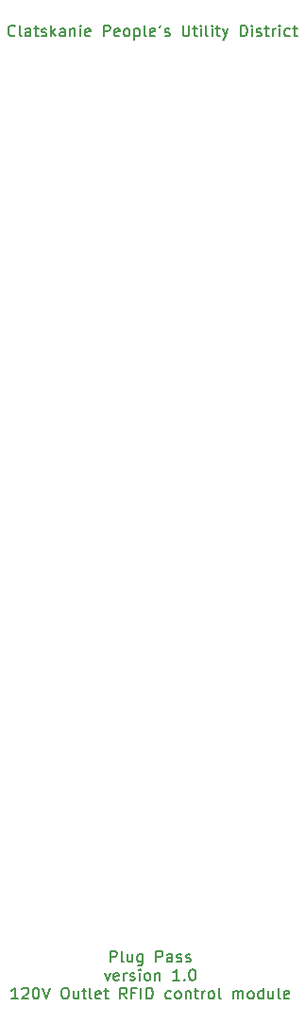
<source format=gto>
G04 #@! TF.GenerationSoftware,KiCad,Pcbnew,(5.1.5)-3*
G04 #@! TF.CreationDate,2020-04-22T08:06:24-07:00*
G04 #@! TF.ProjectId,Plug_Pass_120V_AC_shield,506c7567-5f50-4617-9373-5f313230565f,rev?*
G04 #@! TF.SameCoordinates,Original*
G04 #@! TF.FileFunction,Legend,Top*
G04 #@! TF.FilePolarity,Positive*
%FSLAX46Y46*%
G04 Gerber Fmt 4.6, Leading zero omitted, Abs format (unit mm)*
G04 Created by KiCad (PCBNEW (5.1.5)-3) date 2020-04-22 08:06:24*
%MOMM*%
%LPD*%
G04 APERTURE LIST*
%ADD10C,0.150000*%
G04 APERTURE END LIST*
D10*
X186555645Y-54603922D02*
X186508026Y-54651541D01*
X186365169Y-54699160D01*
X186269931Y-54699160D01*
X186127074Y-54651541D01*
X186031836Y-54556303D01*
X185984217Y-54461065D01*
X185936598Y-54270589D01*
X185936598Y-54127732D01*
X185984217Y-53937256D01*
X186031836Y-53842018D01*
X186127074Y-53746780D01*
X186269931Y-53699160D01*
X186365169Y-53699160D01*
X186508026Y-53746780D01*
X186555645Y-53794399D01*
X187127074Y-54699160D02*
X187031836Y-54651541D01*
X186984217Y-54556303D01*
X186984217Y-53699160D01*
X187936598Y-54699160D02*
X187936598Y-54175351D01*
X187888979Y-54080113D01*
X187793740Y-54032494D01*
X187603264Y-54032494D01*
X187508026Y-54080113D01*
X187936598Y-54651541D02*
X187841360Y-54699160D01*
X187603264Y-54699160D01*
X187508026Y-54651541D01*
X187460407Y-54556303D01*
X187460407Y-54461065D01*
X187508026Y-54365827D01*
X187603264Y-54318208D01*
X187841360Y-54318208D01*
X187936598Y-54270589D01*
X188269931Y-54032494D02*
X188650883Y-54032494D01*
X188412788Y-53699160D02*
X188412788Y-54556303D01*
X188460407Y-54651541D01*
X188555645Y-54699160D01*
X188650883Y-54699160D01*
X188936598Y-54651541D02*
X189031836Y-54699160D01*
X189222312Y-54699160D01*
X189317550Y-54651541D01*
X189365169Y-54556303D01*
X189365169Y-54508684D01*
X189317550Y-54413446D01*
X189222312Y-54365827D01*
X189079455Y-54365827D01*
X188984217Y-54318208D01*
X188936598Y-54222970D01*
X188936598Y-54175351D01*
X188984217Y-54080113D01*
X189079455Y-54032494D01*
X189222312Y-54032494D01*
X189317550Y-54080113D01*
X189793740Y-54699160D02*
X189793740Y-53699160D01*
X189888979Y-54318208D02*
X190174693Y-54699160D01*
X190174693Y-54032494D02*
X189793740Y-54413446D01*
X191031836Y-54699160D02*
X191031836Y-54175351D01*
X190984217Y-54080113D01*
X190888979Y-54032494D01*
X190698502Y-54032494D01*
X190603264Y-54080113D01*
X191031836Y-54651541D02*
X190936598Y-54699160D01*
X190698502Y-54699160D01*
X190603264Y-54651541D01*
X190555645Y-54556303D01*
X190555645Y-54461065D01*
X190603264Y-54365827D01*
X190698502Y-54318208D01*
X190936598Y-54318208D01*
X191031836Y-54270589D01*
X191508026Y-54032494D02*
X191508026Y-54699160D01*
X191508026Y-54127732D02*
X191555645Y-54080113D01*
X191650883Y-54032494D01*
X191793740Y-54032494D01*
X191888979Y-54080113D01*
X191936598Y-54175351D01*
X191936598Y-54699160D01*
X192412788Y-54699160D02*
X192412788Y-54032494D01*
X192412788Y-53699160D02*
X192365169Y-53746780D01*
X192412788Y-53794399D01*
X192460407Y-53746780D01*
X192412788Y-53699160D01*
X192412788Y-53794399D01*
X193269931Y-54651541D02*
X193174693Y-54699160D01*
X192984217Y-54699160D01*
X192888979Y-54651541D01*
X192841360Y-54556303D01*
X192841360Y-54175351D01*
X192888979Y-54080113D01*
X192984217Y-54032494D01*
X193174693Y-54032494D01*
X193269931Y-54080113D01*
X193317550Y-54175351D01*
X193317550Y-54270589D01*
X192841360Y-54365827D01*
X194508026Y-54699160D02*
X194508026Y-53699160D01*
X194888979Y-53699160D01*
X194984217Y-53746780D01*
X195031836Y-53794399D01*
X195079455Y-53889637D01*
X195079455Y-54032494D01*
X195031836Y-54127732D01*
X194984217Y-54175351D01*
X194888979Y-54222970D01*
X194508026Y-54222970D01*
X195888979Y-54651541D02*
X195793740Y-54699160D01*
X195603264Y-54699160D01*
X195508026Y-54651541D01*
X195460407Y-54556303D01*
X195460407Y-54175351D01*
X195508026Y-54080113D01*
X195603264Y-54032494D01*
X195793740Y-54032494D01*
X195888979Y-54080113D01*
X195936598Y-54175351D01*
X195936598Y-54270589D01*
X195460407Y-54365827D01*
X196508026Y-54699160D02*
X196412788Y-54651541D01*
X196365169Y-54603922D01*
X196317550Y-54508684D01*
X196317550Y-54222970D01*
X196365169Y-54127732D01*
X196412788Y-54080113D01*
X196508026Y-54032494D01*
X196650883Y-54032494D01*
X196746121Y-54080113D01*
X196793740Y-54127732D01*
X196841360Y-54222970D01*
X196841360Y-54508684D01*
X196793740Y-54603922D01*
X196746121Y-54651541D01*
X196650883Y-54699160D01*
X196508026Y-54699160D01*
X197269931Y-54032494D02*
X197269931Y-55032494D01*
X197269931Y-54080113D02*
X197365169Y-54032494D01*
X197555645Y-54032494D01*
X197650883Y-54080113D01*
X197698502Y-54127732D01*
X197746121Y-54222970D01*
X197746121Y-54508684D01*
X197698502Y-54603922D01*
X197650883Y-54651541D01*
X197555645Y-54699160D01*
X197365169Y-54699160D01*
X197269931Y-54651541D01*
X198317550Y-54699160D02*
X198222312Y-54651541D01*
X198174693Y-54556303D01*
X198174693Y-53699160D01*
X199079455Y-54651541D02*
X198984217Y-54699160D01*
X198793740Y-54699160D01*
X198698502Y-54651541D01*
X198650883Y-54556303D01*
X198650883Y-54175351D01*
X198698502Y-54080113D01*
X198793740Y-54032494D01*
X198984217Y-54032494D01*
X199079455Y-54080113D01*
X199127074Y-54175351D01*
X199127074Y-54270589D01*
X198650883Y-54365827D01*
X199603264Y-53699160D02*
X199508026Y-53889637D01*
X199984217Y-54651541D02*
X200079455Y-54699160D01*
X200269931Y-54699160D01*
X200365169Y-54651541D01*
X200412788Y-54556303D01*
X200412788Y-54508684D01*
X200365169Y-54413446D01*
X200269931Y-54365827D01*
X200127074Y-54365827D01*
X200031836Y-54318208D01*
X199984217Y-54222970D01*
X199984217Y-54175351D01*
X200031836Y-54080113D01*
X200127074Y-54032494D01*
X200269931Y-54032494D01*
X200365169Y-54080113D01*
X201603264Y-53699160D02*
X201603264Y-54508684D01*
X201650883Y-54603922D01*
X201698502Y-54651541D01*
X201793740Y-54699160D01*
X201984217Y-54699160D01*
X202079455Y-54651541D01*
X202127074Y-54603922D01*
X202174693Y-54508684D01*
X202174693Y-53699160D01*
X202508026Y-54032494D02*
X202888979Y-54032494D01*
X202650883Y-53699160D02*
X202650883Y-54556303D01*
X202698502Y-54651541D01*
X202793740Y-54699160D01*
X202888979Y-54699160D01*
X203222312Y-54699160D02*
X203222312Y-54032494D01*
X203222312Y-53699160D02*
X203174693Y-53746780D01*
X203222312Y-53794399D01*
X203269931Y-53746780D01*
X203222312Y-53699160D01*
X203222312Y-53794399D01*
X203841360Y-54699160D02*
X203746121Y-54651541D01*
X203698502Y-54556303D01*
X203698502Y-53699160D01*
X204222312Y-54699160D02*
X204222312Y-54032494D01*
X204222312Y-53699160D02*
X204174693Y-53746780D01*
X204222312Y-53794399D01*
X204269931Y-53746780D01*
X204222312Y-53699160D01*
X204222312Y-53794399D01*
X204555645Y-54032494D02*
X204936598Y-54032494D01*
X204698502Y-53699160D02*
X204698502Y-54556303D01*
X204746121Y-54651541D01*
X204841360Y-54699160D01*
X204936598Y-54699160D01*
X205174693Y-54032494D02*
X205412788Y-54699160D01*
X205650883Y-54032494D02*
X205412788Y-54699160D01*
X205317550Y-54937256D01*
X205269931Y-54984875D01*
X205174693Y-55032494D01*
X206793740Y-54699160D02*
X206793740Y-53699160D01*
X207031836Y-53699160D01*
X207174693Y-53746780D01*
X207269931Y-53842018D01*
X207317550Y-53937256D01*
X207365169Y-54127732D01*
X207365169Y-54270589D01*
X207317550Y-54461065D01*
X207269931Y-54556303D01*
X207174693Y-54651541D01*
X207031836Y-54699160D01*
X206793740Y-54699160D01*
X207793740Y-54699160D02*
X207793740Y-54032494D01*
X207793740Y-53699160D02*
X207746121Y-53746780D01*
X207793740Y-53794399D01*
X207841360Y-53746780D01*
X207793740Y-53699160D01*
X207793740Y-53794399D01*
X208222312Y-54651541D02*
X208317550Y-54699160D01*
X208508026Y-54699160D01*
X208603264Y-54651541D01*
X208650883Y-54556303D01*
X208650883Y-54508684D01*
X208603264Y-54413446D01*
X208508026Y-54365827D01*
X208365169Y-54365827D01*
X208269931Y-54318208D01*
X208222312Y-54222970D01*
X208222312Y-54175351D01*
X208269931Y-54080113D01*
X208365169Y-54032494D01*
X208508026Y-54032494D01*
X208603264Y-54080113D01*
X208936598Y-54032494D02*
X209317550Y-54032494D01*
X209079455Y-53699160D02*
X209079455Y-54556303D01*
X209127074Y-54651541D01*
X209222312Y-54699160D01*
X209317550Y-54699160D01*
X209650883Y-54699160D02*
X209650883Y-54032494D01*
X209650883Y-54222970D02*
X209698502Y-54127732D01*
X209746121Y-54080113D01*
X209841360Y-54032494D01*
X209936598Y-54032494D01*
X210269931Y-54699160D02*
X210269931Y-54032494D01*
X210269931Y-53699160D02*
X210222312Y-53746780D01*
X210269931Y-53794399D01*
X210317550Y-53746780D01*
X210269931Y-53699160D01*
X210269931Y-53794399D01*
X211174693Y-54651541D02*
X211079455Y-54699160D01*
X210888979Y-54699160D01*
X210793740Y-54651541D01*
X210746121Y-54603922D01*
X210698502Y-54508684D01*
X210698502Y-54222970D01*
X210746121Y-54127732D01*
X210793740Y-54080113D01*
X210888979Y-54032494D01*
X211079455Y-54032494D01*
X211174693Y-54080113D01*
X211460407Y-54032494D02*
X211841360Y-54032494D01*
X211603264Y-53699160D02*
X211603264Y-54556303D01*
X211650883Y-54651541D01*
X211746121Y-54699160D01*
X211841360Y-54699160D01*
X195122611Y-137587980D02*
X195122611Y-136587980D01*
X195503563Y-136587980D01*
X195598801Y-136635600D01*
X195646420Y-136683219D01*
X195694040Y-136778457D01*
X195694040Y-136921314D01*
X195646420Y-137016552D01*
X195598801Y-137064171D01*
X195503563Y-137111790D01*
X195122611Y-137111790D01*
X196265468Y-137587980D02*
X196170230Y-137540361D01*
X196122611Y-137445123D01*
X196122611Y-136587980D01*
X197074992Y-136921314D02*
X197074992Y-137587980D01*
X196646420Y-136921314D02*
X196646420Y-137445123D01*
X196694040Y-137540361D01*
X196789278Y-137587980D01*
X196932135Y-137587980D01*
X197027373Y-137540361D01*
X197074992Y-137492742D01*
X197979754Y-136921314D02*
X197979754Y-137730838D01*
X197932135Y-137826076D01*
X197884516Y-137873695D01*
X197789278Y-137921314D01*
X197646420Y-137921314D01*
X197551182Y-137873695D01*
X197979754Y-137540361D02*
X197884516Y-137587980D01*
X197694040Y-137587980D01*
X197598801Y-137540361D01*
X197551182Y-137492742D01*
X197503563Y-137397504D01*
X197503563Y-137111790D01*
X197551182Y-137016552D01*
X197598801Y-136968933D01*
X197694040Y-136921314D01*
X197884516Y-136921314D01*
X197979754Y-136968933D01*
X199217849Y-137587980D02*
X199217849Y-136587980D01*
X199598801Y-136587980D01*
X199694040Y-136635600D01*
X199741659Y-136683219D01*
X199789278Y-136778457D01*
X199789278Y-136921314D01*
X199741659Y-137016552D01*
X199694040Y-137064171D01*
X199598801Y-137111790D01*
X199217849Y-137111790D01*
X200646420Y-137587980D02*
X200646420Y-137064171D01*
X200598801Y-136968933D01*
X200503563Y-136921314D01*
X200313087Y-136921314D01*
X200217849Y-136968933D01*
X200646420Y-137540361D02*
X200551182Y-137587980D01*
X200313087Y-137587980D01*
X200217849Y-137540361D01*
X200170230Y-137445123D01*
X200170230Y-137349885D01*
X200217849Y-137254647D01*
X200313087Y-137207028D01*
X200551182Y-137207028D01*
X200646420Y-137159409D01*
X201074992Y-137540361D02*
X201170230Y-137587980D01*
X201360706Y-137587980D01*
X201455944Y-137540361D01*
X201503563Y-137445123D01*
X201503563Y-137397504D01*
X201455944Y-137302266D01*
X201360706Y-137254647D01*
X201217849Y-137254647D01*
X201122611Y-137207028D01*
X201074992Y-137111790D01*
X201074992Y-137064171D01*
X201122611Y-136968933D01*
X201217849Y-136921314D01*
X201360706Y-136921314D01*
X201455944Y-136968933D01*
X201884516Y-137540361D02*
X201979754Y-137587980D01*
X202170230Y-137587980D01*
X202265468Y-137540361D01*
X202313087Y-137445123D01*
X202313087Y-137397504D01*
X202265468Y-137302266D01*
X202170230Y-137254647D01*
X202027373Y-137254647D01*
X201932135Y-137207028D01*
X201884516Y-137111790D01*
X201884516Y-137064171D01*
X201932135Y-136968933D01*
X202027373Y-136921314D01*
X202170230Y-136921314D01*
X202265468Y-136968933D01*
X194598801Y-138571314D02*
X194836897Y-139237980D01*
X195074992Y-138571314D01*
X195836897Y-139190361D02*
X195741659Y-139237980D01*
X195551182Y-139237980D01*
X195455944Y-139190361D01*
X195408325Y-139095123D01*
X195408325Y-138714171D01*
X195455944Y-138618933D01*
X195551182Y-138571314D01*
X195741659Y-138571314D01*
X195836897Y-138618933D01*
X195884516Y-138714171D01*
X195884516Y-138809409D01*
X195408325Y-138904647D01*
X196313087Y-139237980D02*
X196313087Y-138571314D01*
X196313087Y-138761790D02*
X196360706Y-138666552D01*
X196408325Y-138618933D01*
X196503563Y-138571314D01*
X196598801Y-138571314D01*
X196884516Y-139190361D02*
X196979754Y-139237980D01*
X197170230Y-139237980D01*
X197265468Y-139190361D01*
X197313087Y-139095123D01*
X197313087Y-139047504D01*
X197265468Y-138952266D01*
X197170230Y-138904647D01*
X197027373Y-138904647D01*
X196932135Y-138857028D01*
X196884516Y-138761790D01*
X196884516Y-138714171D01*
X196932135Y-138618933D01*
X197027373Y-138571314D01*
X197170230Y-138571314D01*
X197265468Y-138618933D01*
X197741659Y-139237980D02*
X197741659Y-138571314D01*
X197741659Y-138237980D02*
X197694040Y-138285600D01*
X197741659Y-138333219D01*
X197789278Y-138285600D01*
X197741659Y-138237980D01*
X197741659Y-138333219D01*
X198360706Y-139237980D02*
X198265468Y-139190361D01*
X198217849Y-139142742D01*
X198170230Y-139047504D01*
X198170230Y-138761790D01*
X198217849Y-138666552D01*
X198265468Y-138618933D01*
X198360706Y-138571314D01*
X198503563Y-138571314D01*
X198598801Y-138618933D01*
X198646420Y-138666552D01*
X198694040Y-138761790D01*
X198694040Y-139047504D01*
X198646420Y-139142742D01*
X198598801Y-139190361D01*
X198503563Y-139237980D01*
X198360706Y-139237980D01*
X199122611Y-138571314D02*
X199122611Y-139237980D01*
X199122611Y-138666552D02*
X199170230Y-138618933D01*
X199265468Y-138571314D01*
X199408325Y-138571314D01*
X199503563Y-138618933D01*
X199551182Y-138714171D01*
X199551182Y-139237980D01*
X201313087Y-139237980D02*
X200741659Y-139237980D01*
X201027373Y-139237980D02*
X201027373Y-138237980D01*
X200932135Y-138380838D01*
X200836897Y-138476076D01*
X200741659Y-138523695D01*
X201741659Y-139142742D02*
X201789278Y-139190361D01*
X201741659Y-139237980D01*
X201694040Y-139190361D01*
X201741659Y-139142742D01*
X201741659Y-139237980D01*
X202408325Y-138237980D02*
X202503563Y-138237980D01*
X202598801Y-138285600D01*
X202646420Y-138333219D01*
X202694040Y-138428457D01*
X202741659Y-138618933D01*
X202741659Y-138857028D01*
X202694040Y-139047504D01*
X202646420Y-139142742D01*
X202598801Y-139190361D01*
X202503563Y-139237980D01*
X202408325Y-139237980D01*
X202313087Y-139190361D01*
X202265468Y-139142742D01*
X202217849Y-139047504D01*
X202170230Y-138857028D01*
X202170230Y-138618933D01*
X202217849Y-138428457D01*
X202265468Y-138333219D01*
X202313087Y-138285600D01*
X202408325Y-138237980D01*
X186813087Y-140887980D02*
X186241659Y-140887980D01*
X186527373Y-140887980D02*
X186527373Y-139887980D01*
X186432135Y-140030838D01*
X186336897Y-140126076D01*
X186241659Y-140173695D01*
X187194040Y-139983219D02*
X187241659Y-139935600D01*
X187336897Y-139887980D01*
X187574992Y-139887980D01*
X187670230Y-139935600D01*
X187717849Y-139983219D01*
X187765468Y-140078457D01*
X187765468Y-140173695D01*
X187717849Y-140316552D01*
X187146420Y-140887980D01*
X187765468Y-140887980D01*
X188384516Y-139887980D02*
X188479754Y-139887980D01*
X188574992Y-139935600D01*
X188622611Y-139983219D01*
X188670230Y-140078457D01*
X188717849Y-140268933D01*
X188717849Y-140507028D01*
X188670230Y-140697504D01*
X188622611Y-140792742D01*
X188574992Y-140840361D01*
X188479754Y-140887980D01*
X188384516Y-140887980D01*
X188289278Y-140840361D01*
X188241659Y-140792742D01*
X188194040Y-140697504D01*
X188146420Y-140507028D01*
X188146420Y-140268933D01*
X188194040Y-140078457D01*
X188241659Y-139983219D01*
X188289278Y-139935600D01*
X188384516Y-139887980D01*
X189003563Y-139887980D02*
X189336897Y-140887980D01*
X189670230Y-139887980D01*
X190955944Y-139887980D02*
X191146420Y-139887980D01*
X191241659Y-139935600D01*
X191336897Y-140030838D01*
X191384516Y-140221314D01*
X191384516Y-140554647D01*
X191336897Y-140745123D01*
X191241659Y-140840361D01*
X191146420Y-140887980D01*
X190955944Y-140887980D01*
X190860706Y-140840361D01*
X190765468Y-140745123D01*
X190717849Y-140554647D01*
X190717849Y-140221314D01*
X190765468Y-140030838D01*
X190860706Y-139935600D01*
X190955944Y-139887980D01*
X192241659Y-140221314D02*
X192241659Y-140887980D01*
X191813087Y-140221314D02*
X191813087Y-140745123D01*
X191860706Y-140840361D01*
X191955944Y-140887980D01*
X192098801Y-140887980D01*
X192194040Y-140840361D01*
X192241659Y-140792742D01*
X192574992Y-140221314D02*
X192955944Y-140221314D01*
X192717849Y-139887980D02*
X192717849Y-140745123D01*
X192765468Y-140840361D01*
X192860706Y-140887980D01*
X192955944Y-140887980D01*
X193432135Y-140887980D02*
X193336897Y-140840361D01*
X193289278Y-140745123D01*
X193289278Y-139887980D01*
X194194040Y-140840361D02*
X194098801Y-140887980D01*
X193908325Y-140887980D01*
X193813087Y-140840361D01*
X193765468Y-140745123D01*
X193765468Y-140364171D01*
X193813087Y-140268933D01*
X193908325Y-140221314D01*
X194098801Y-140221314D01*
X194194040Y-140268933D01*
X194241659Y-140364171D01*
X194241659Y-140459409D01*
X193765468Y-140554647D01*
X194527373Y-140221314D02*
X194908325Y-140221314D01*
X194670230Y-139887980D02*
X194670230Y-140745123D01*
X194717849Y-140840361D01*
X194813087Y-140887980D01*
X194908325Y-140887980D01*
X196574992Y-140887980D02*
X196241659Y-140411790D01*
X196003563Y-140887980D02*
X196003563Y-139887980D01*
X196384516Y-139887980D01*
X196479754Y-139935600D01*
X196527373Y-139983219D01*
X196574992Y-140078457D01*
X196574992Y-140221314D01*
X196527373Y-140316552D01*
X196479754Y-140364171D01*
X196384516Y-140411790D01*
X196003563Y-140411790D01*
X197336897Y-140364171D02*
X197003563Y-140364171D01*
X197003563Y-140887980D02*
X197003563Y-139887980D01*
X197479754Y-139887980D01*
X197860706Y-140887980D02*
X197860706Y-139887980D01*
X198336897Y-140887980D02*
X198336897Y-139887980D01*
X198574992Y-139887980D01*
X198717849Y-139935600D01*
X198813087Y-140030838D01*
X198860706Y-140126076D01*
X198908325Y-140316552D01*
X198908325Y-140459409D01*
X198860706Y-140649885D01*
X198813087Y-140745123D01*
X198717849Y-140840361D01*
X198574992Y-140887980D01*
X198336897Y-140887980D01*
X200527373Y-140840361D02*
X200432135Y-140887980D01*
X200241659Y-140887980D01*
X200146420Y-140840361D01*
X200098801Y-140792742D01*
X200051182Y-140697504D01*
X200051182Y-140411790D01*
X200098801Y-140316552D01*
X200146420Y-140268933D01*
X200241659Y-140221314D01*
X200432135Y-140221314D01*
X200527373Y-140268933D01*
X201098801Y-140887980D02*
X201003563Y-140840361D01*
X200955944Y-140792742D01*
X200908325Y-140697504D01*
X200908325Y-140411790D01*
X200955944Y-140316552D01*
X201003563Y-140268933D01*
X201098801Y-140221314D01*
X201241659Y-140221314D01*
X201336897Y-140268933D01*
X201384516Y-140316552D01*
X201432135Y-140411790D01*
X201432135Y-140697504D01*
X201384516Y-140792742D01*
X201336897Y-140840361D01*
X201241659Y-140887980D01*
X201098801Y-140887980D01*
X201860706Y-140221314D02*
X201860706Y-140887980D01*
X201860706Y-140316552D02*
X201908325Y-140268933D01*
X202003563Y-140221314D01*
X202146420Y-140221314D01*
X202241659Y-140268933D01*
X202289278Y-140364171D01*
X202289278Y-140887980D01*
X202622611Y-140221314D02*
X203003563Y-140221314D01*
X202765468Y-139887980D02*
X202765468Y-140745123D01*
X202813087Y-140840361D01*
X202908325Y-140887980D01*
X203003563Y-140887980D01*
X203336897Y-140887980D02*
X203336897Y-140221314D01*
X203336897Y-140411790D02*
X203384516Y-140316552D01*
X203432135Y-140268933D01*
X203527373Y-140221314D01*
X203622611Y-140221314D01*
X204098801Y-140887980D02*
X204003563Y-140840361D01*
X203955944Y-140792742D01*
X203908325Y-140697504D01*
X203908325Y-140411790D01*
X203955944Y-140316552D01*
X204003563Y-140268933D01*
X204098801Y-140221314D01*
X204241659Y-140221314D01*
X204336897Y-140268933D01*
X204384516Y-140316552D01*
X204432135Y-140411790D01*
X204432135Y-140697504D01*
X204384516Y-140792742D01*
X204336897Y-140840361D01*
X204241659Y-140887980D01*
X204098801Y-140887980D01*
X205003563Y-140887980D02*
X204908325Y-140840361D01*
X204860706Y-140745123D01*
X204860706Y-139887980D01*
X206146420Y-140887980D02*
X206146420Y-140221314D01*
X206146420Y-140316552D02*
X206194040Y-140268933D01*
X206289278Y-140221314D01*
X206432135Y-140221314D01*
X206527373Y-140268933D01*
X206574992Y-140364171D01*
X206574992Y-140887980D01*
X206574992Y-140364171D02*
X206622611Y-140268933D01*
X206717849Y-140221314D01*
X206860706Y-140221314D01*
X206955944Y-140268933D01*
X207003563Y-140364171D01*
X207003563Y-140887980D01*
X207622611Y-140887980D02*
X207527373Y-140840361D01*
X207479754Y-140792742D01*
X207432135Y-140697504D01*
X207432135Y-140411790D01*
X207479754Y-140316552D01*
X207527373Y-140268933D01*
X207622611Y-140221314D01*
X207765468Y-140221314D01*
X207860706Y-140268933D01*
X207908325Y-140316552D01*
X207955944Y-140411790D01*
X207955944Y-140697504D01*
X207908325Y-140792742D01*
X207860706Y-140840361D01*
X207765468Y-140887980D01*
X207622611Y-140887980D01*
X208813087Y-140887980D02*
X208813087Y-139887980D01*
X208813087Y-140840361D02*
X208717849Y-140887980D01*
X208527373Y-140887980D01*
X208432135Y-140840361D01*
X208384516Y-140792742D01*
X208336897Y-140697504D01*
X208336897Y-140411790D01*
X208384516Y-140316552D01*
X208432135Y-140268933D01*
X208527373Y-140221314D01*
X208717849Y-140221314D01*
X208813087Y-140268933D01*
X209717849Y-140221314D02*
X209717849Y-140887980D01*
X209289278Y-140221314D02*
X209289278Y-140745123D01*
X209336897Y-140840361D01*
X209432135Y-140887980D01*
X209574992Y-140887980D01*
X209670230Y-140840361D01*
X209717849Y-140792742D01*
X210336897Y-140887980D02*
X210241659Y-140840361D01*
X210194040Y-140745123D01*
X210194040Y-139887980D01*
X211098801Y-140840361D02*
X211003563Y-140887980D01*
X210813087Y-140887980D01*
X210717849Y-140840361D01*
X210670230Y-140745123D01*
X210670230Y-140364171D01*
X210717849Y-140268933D01*
X210813087Y-140221314D01*
X211003563Y-140221314D01*
X211098801Y-140268933D01*
X211146420Y-140364171D01*
X211146420Y-140459409D01*
X210670230Y-140554647D01*
M02*

</source>
